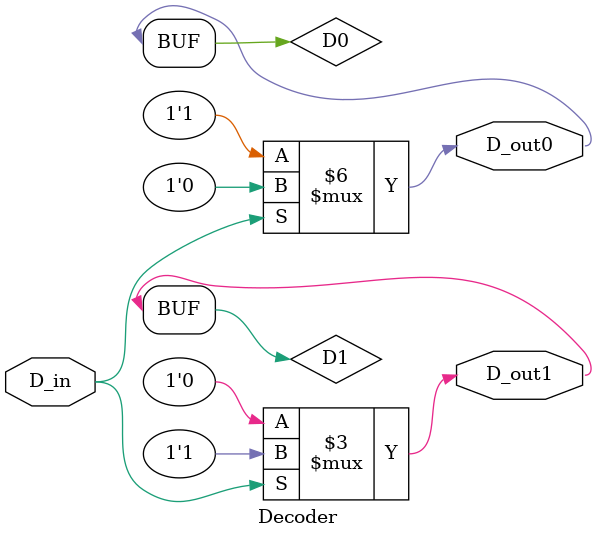
<source format=v>
`timescale 1ns / 1ps


module Decoder(
    input D_in,
    output D_out0,
    output D_out1
    );
    reg D0, D1;
    
    always @(*)
        if(D_in)
            begin
            D0 <= 0;
            D1 <= 1;
            end
        else
            begin
            D0 <= 1;
            D1 <= 0;
            end

    assign D_out0 = D0;
    assign D_out1 = D1;

endmodule

</source>
